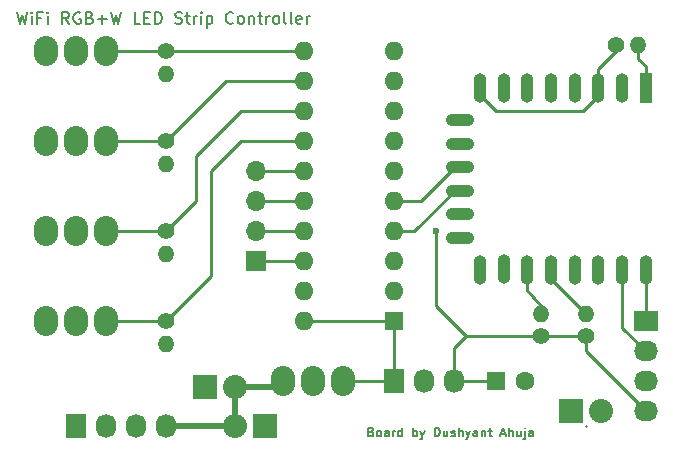
<source format=gbr>
G04 #@! TF.FileFunction,Copper,L1,Top,Signal*
%FSLAX46Y46*%
G04 Gerber Fmt 4.6, Leading zero omitted, Abs format (unit mm)*
G04 Created by KiCad (PCBNEW 4.0.5) date 02/09/17 22:31:50*
%MOMM*%
%LPD*%
G01*
G04 APERTURE LIST*
%ADD10C,0.100000*%
%ADD11C,0.150000*%
%ADD12C,0.200000*%
%ADD13R,1.600000X1.600000*%
%ADD14C,1.600000*%
%ADD15R,1.100000X2.500000*%
%ADD16O,1.100000X2.500000*%
%ADD17O,2.400000X1.100000*%
%ADD18O,2.032000X2.540000*%
%ADD19R,1.700000X1.700000*%
%ADD20O,1.700000X1.700000*%
%ADD21C,1.400000*%
%ADD22O,1.400000X1.400000*%
%ADD23R,2.032000X1.727200*%
%ADD24O,2.032000X1.727200*%
%ADD25R,1.727200X2.032000*%
%ADD26O,1.727200X2.032000*%
%ADD27R,2.032000X2.032000*%
%ADD28O,2.032000X2.032000*%
%ADD29O,1.600000X1.600000*%
%ADD30C,0.600000*%
%ADD31C,0.250000*%
%ADD32C,0.500000*%
G04 APERTURE END LIST*
D10*
D11*
X148207858Y-110944429D02*
X148315001Y-110980143D01*
X148350716Y-111015857D01*
X148386430Y-111087286D01*
X148386430Y-111194429D01*
X148350716Y-111265857D01*
X148315001Y-111301571D01*
X148243573Y-111337286D01*
X147957858Y-111337286D01*
X147957858Y-110587286D01*
X148207858Y-110587286D01*
X148279287Y-110623000D01*
X148315001Y-110658714D01*
X148350716Y-110730143D01*
X148350716Y-110801571D01*
X148315001Y-110873000D01*
X148279287Y-110908714D01*
X148207858Y-110944429D01*
X147957858Y-110944429D01*
X148815001Y-111337286D02*
X148743573Y-111301571D01*
X148707858Y-111265857D01*
X148672144Y-111194429D01*
X148672144Y-110980143D01*
X148707858Y-110908714D01*
X148743573Y-110873000D01*
X148815001Y-110837286D01*
X148922144Y-110837286D01*
X148993573Y-110873000D01*
X149029287Y-110908714D01*
X149065001Y-110980143D01*
X149065001Y-111194429D01*
X149029287Y-111265857D01*
X148993573Y-111301571D01*
X148922144Y-111337286D01*
X148815001Y-111337286D01*
X149707858Y-111337286D02*
X149707858Y-110944429D01*
X149672144Y-110873000D01*
X149600715Y-110837286D01*
X149457858Y-110837286D01*
X149386429Y-110873000D01*
X149707858Y-111301571D02*
X149636429Y-111337286D01*
X149457858Y-111337286D01*
X149386429Y-111301571D01*
X149350715Y-111230143D01*
X149350715Y-111158714D01*
X149386429Y-111087286D01*
X149457858Y-111051571D01*
X149636429Y-111051571D01*
X149707858Y-111015857D01*
X150065000Y-111337286D02*
X150065000Y-110837286D01*
X150065000Y-110980143D02*
X150100715Y-110908714D01*
X150136429Y-110873000D01*
X150207858Y-110837286D01*
X150279286Y-110837286D01*
X150850715Y-111337286D02*
X150850715Y-110587286D01*
X150850715Y-111301571D02*
X150779286Y-111337286D01*
X150636429Y-111337286D01*
X150565001Y-111301571D01*
X150529286Y-111265857D01*
X150493572Y-111194429D01*
X150493572Y-110980143D01*
X150529286Y-110908714D01*
X150565001Y-110873000D01*
X150636429Y-110837286D01*
X150779286Y-110837286D01*
X150850715Y-110873000D01*
X151779286Y-111337286D02*
X151779286Y-110587286D01*
X151779286Y-110873000D02*
X151850715Y-110837286D01*
X151993572Y-110837286D01*
X152065001Y-110873000D01*
X152100715Y-110908714D01*
X152136429Y-110980143D01*
X152136429Y-111194429D01*
X152100715Y-111265857D01*
X152065001Y-111301571D01*
X151993572Y-111337286D01*
X151850715Y-111337286D01*
X151779286Y-111301571D01*
X152386429Y-110837286D02*
X152565000Y-111337286D01*
X152743572Y-110837286D02*
X152565000Y-111337286D01*
X152493572Y-111515857D01*
X152457857Y-111551571D01*
X152386429Y-111587286D01*
X153600715Y-111337286D02*
X153600715Y-110587286D01*
X153779287Y-110587286D01*
X153886430Y-110623000D01*
X153957858Y-110694429D01*
X153993573Y-110765857D01*
X154029287Y-110908714D01*
X154029287Y-111015857D01*
X153993573Y-111158714D01*
X153957858Y-111230143D01*
X153886430Y-111301571D01*
X153779287Y-111337286D01*
X153600715Y-111337286D01*
X154672144Y-110837286D02*
X154672144Y-111337286D01*
X154350715Y-110837286D02*
X154350715Y-111230143D01*
X154386430Y-111301571D01*
X154457858Y-111337286D01*
X154565001Y-111337286D01*
X154636430Y-111301571D01*
X154672144Y-111265857D01*
X154993572Y-111301571D02*
X155065001Y-111337286D01*
X155207858Y-111337286D01*
X155279286Y-111301571D01*
X155315001Y-111230143D01*
X155315001Y-111194429D01*
X155279286Y-111123000D01*
X155207858Y-111087286D01*
X155100715Y-111087286D01*
X155029286Y-111051571D01*
X154993572Y-110980143D01*
X154993572Y-110944429D01*
X155029286Y-110873000D01*
X155100715Y-110837286D01*
X155207858Y-110837286D01*
X155279286Y-110873000D01*
X155636429Y-111337286D02*
X155636429Y-110587286D01*
X155957858Y-111337286D02*
X155957858Y-110944429D01*
X155922144Y-110873000D01*
X155850715Y-110837286D01*
X155743572Y-110837286D01*
X155672144Y-110873000D01*
X155636429Y-110908714D01*
X156243572Y-110837286D02*
X156422143Y-111337286D01*
X156600715Y-110837286D02*
X156422143Y-111337286D01*
X156350715Y-111515857D01*
X156315000Y-111551571D01*
X156243572Y-111587286D01*
X157207858Y-111337286D02*
X157207858Y-110944429D01*
X157172144Y-110873000D01*
X157100715Y-110837286D01*
X156957858Y-110837286D01*
X156886429Y-110873000D01*
X157207858Y-111301571D02*
X157136429Y-111337286D01*
X156957858Y-111337286D01*
X156886429Y-111301571D01*
X156850715Y-111230143D01*
X156850715Y-111158714D01*
X156886429Y-111087286D01*
X156957858Y-111051571D01*
X157136429Y-111051571D01*
X157207858Y-111015857D01*
X157565000Y-110837286D02*
X157565000Y-111337286D01*
X157565000Y-110908714D02*
X157600715Y-110873000D01*
X157672143Y-110837286D01*
X157779286Y-110837286D01*
X157850715Y-110873000D01*
X157886429Y-110944429D01*
X157886429Y-111337286D01*
X158136429Y-110837286D02*
X158422143Y-110837286D01*
X158243571Y-110587286D02*
X158243571Y-111230143D01*
X158279286Y-111301571D01*
X158350714Y-111337286D01*
X158422143Y-111337286D01*
X159207857Y-111123000D02*
X159565000Y-111123000D01*
X159136429Y-111337286D02*
X159386429Y-110587286D01*
X159636429Y-111337286D01*
X159886428Y-111337286D02*
X159886428Y-110587286D01*
X160207857Y-111337286D02*
X160207857Y-110944429D01*
X160172143Y-110873000D01*
X160100714Y-110837286D01*
X159993571Y-110837286D01*
X159922143Y-110873000D01*
X159886428Y-110908714D01*
X160886428Y-110837286D02*
X160886428Y-111337286D01*
X160564999Y-110837286D02*
X160564999Y-111230143D01*
X160600714Y-111301571D01*
X160672142Y-111337286D01*
X160779285Y-111337286D01*
X160850714Y-111301571D01*
X160886428Y-111265857D01*
X161243570Y-110837286D02*
X161243570Y-111480143D01*
X161207856Y-111551571D01*
X161136428Y-111587286D01*
X161100713Y-111587286D01*
X161243570Y-110587286D02*
X161207856Y-110623000D01*
X161243570Y-110658714D01*
X161279285Y-110623000D01*
X161243570Y-110587286D01*
X161243570Y-110658714D01*
X161922142Y-111337286D02*
X161922142Y-110944429D01*
X161886428Y-110873000D01*
X161814999Y-110837286D01*
X161672142Y-110837286D01*
X161600713Y-110873000D01*
X161922142Y-111301571D02*
X161850713Y-111337286D01*
X161672142Y-111337286D01*
X161600713Y-111301571D01*
X161564999Y-111230143D01*
X161564999Y-111158714D01*
X161600713Y-111087286D01*
X161672142Y-111051571D01*
X161850713Y-111051571D01*
X161922142Y-111015857D01*
D12*
X118252857Y-75398381D02*
X118490952Y-76398381D01*
X118681429Y-75684095D01*
X118871905Y-76398381D01*
X119110000Y-75398381D01*
X119490952Y-76398381D02*
X119490952Y-75731714D01*
X119490952Y-75398381D02*
X119443333Y-75446000D01*
X119490952Y-75493619D01*
X119538571Y-75446000D01*
X119490952Y-75398381D01*
X119490952Y-75493619D01*
X120300476Y-75874571D02*
X119967142Y-75874571D01*
X119967142Y-76398381D02*
X119967142Y-75398381D01*
X120443333Y-75398381D01*
X120824285Y-76398381D02*
X120824285Y-75731714D01*
X120824285Y-75398381D02*
X120776666Y-75446000D01*
X120824285Y-75493619D01*
X120871904Y-75446000D01*
X120824285Y-75398381D01*
X120824285Y-75493619D01*
X122633809Y-76398381D02*
X122300475Y-75922190D01*
X122062380Y-76398381D02*
X122062380Y-75398381D01*
X122443333Y-75398381D01*
X122538571Y-75446000D01*
X122586190Y-75493619D01*
X122633809Y-75588857D01*
X122633809Y-75731714D01*
X122586190Y-75826952D01*
X122538571Y-75874571D01*
X122443333Y-75922190D01*
X122062380Y-75922190D01*
X123586190Y-75446000D02*
X123490952Y-75398381D01*
X123348095Y-75398381D01*
X123205237Y-75446000D01*
X123109999Y-75541238D01*
X123062380Y-75636476D01*
X123014761Y-75826952D01*
X123014761Y-75969810D01*
X123062380Y-76160286D01*
X123109999Y-76255524D01*
X123205237Y-76350762D01*
X123348095Y-76398381D01*
X123443333Y-76398381D01*
X123586190Y-76350762D01*
X123633809Y-76303143D01*
X123633809Y-75969810D01*
X123443333Y-75969810D01*
X124395714Y-75874571D02*
X124538571Y-75922190D01*
X124586190Y-75969810D01*
X124633809Y-76065048D01*
X124633809Y-76207905D01*
X124586190Y-76303143D01*
X124538571Y-76350762D01*
X124443333Y-76398381D01*
X124062380Y-76398381D01*
X124062380Y-75398381D01*
X124395714Y-75398381D01*
X124490952Y-75446000D01*
X124538571Y-75493619D01*
X124586190Y-75588857D01*
X124586190Y-75684095D01*
X124538571Y-75779333D01*
X124490952Y-75826952D01*
X124395714Y-75874571D01*
X124062380Y-75874571D01*
X125062380Y-76017429D02*
X125824285Y-76017429D01*
X125443333Y-76398381D02*
X125443333Y-75636476D01*
X126205237Y-75398381D02*
X126443332Y-76398381D01*
X126633809Y-75684095D01*
X126824285Y-76398381D01*
X127062380Y-75398381D01*
X128681428Y-76398381D02*
X128205237Y-76398381D01*
X128205237Y-75398381D01*
X129014761Y-75874571D02*
X129348095Y-75874571D01*
X129490952Y-76398381D02*
X129014761Y-76398381D01*
X129014761Y-75398381D01*
X129490952Y-75398381D01*
X129919523Y-76398381D02*
X129919523Y-75398381D01*
X130157618Y-75398381D01*
X130300476Y-75446000D01*
X130395714Y-75541238D01*
X130443333Y-75636476D01*
X130490952Y-75826952D01*
X130490952Y-75969810D01*
X130443333Y-76160286D01*
X130395714Y-76255524D01*
X130300476Y-76350762D01*
X130157618Y-76398381D01*
X129919523Y-76398381D01*
X131633809Y-76350762D02*
X131776666Y-76398381D01*
X132014762Y-76398381D01*
X132110000Y-76350762D01*
X132157619Y-76303143D01*
X132205238Y-76207905D01*
X132205238Y-76112667D01*
X132157619Y-76017429D01*
X132110000Y-75969810D01*
X132014762Y-75922190D01*
X131824285Y-75874571D01*
X131729047Y-75826952D01*
X131681428Y-75779333D01*
X131633809Y-75684095D01*
X131633809Y-75588857D01*
X131681428Y-75493619D01*
X131729047Y-75446000D01*
X131824285Y-75398381D01*
X132062381Y-75398381D01*
X132205238Y-75446000D01*
X132490952Y-75731714D02*
X132871904Y-75731714D01*
X132633809Y-75398381D02*
X132633809Y-76255524D01*
X132681428Y-76350762D01*
X132776666Y-76398381D01*
X132871904Y-76398381D01*
X133205238Y-76398381D02*
X133205238Y-75731714D01*
X133205238Y-75922190D02*
X133252857Y-75826952D01*
X133300476Y-75779333D01*
X133395714Y-75731714D01*
X133490953Y-75731714D01*
X133824286Y-76398381D02*
X133824286Y-75731714D01*
X133824286Y-75398381D02*
X133776667Y-75446000D01*
X133824286Y-75493619D01*
X133871905Y-75446000D01*
X133824286Y-75398381D01*
X133824286Y-75493619D01*
X134300476Y-75731714D02*
X134300476Y-76731714D01*
X134300476Y-75779333D02*
X134395714Y-75731714D01*
X134586191Y-75731714D01*
X134681429Y-75779333D01*
X134729048Y-75826952D01*
X134776667Y-75922190D01*
X134776667Y-76207905D01*
X134729048Y-76303143D01*
X134681429Y-76350762D01*
X134586191Y-76398381D01*
X134395714Y-76398381D01*
X134300476Y-76350762D01*
X136538572Y-76303143D02*
X136490953Y-76350762D01*
X136348096Y-76398381D01*
X136252858Y-76398381D01*
X136110000Y-76350762D01*
X136014762Y-76255524D01*
X135967143Y-76160286D01*
X135919524Y-75969810D01*
X135919524Y-75826952D01*
X135967143Y-75636476D01*
X136014762Y-75541238D01*
X136110000Y-75446000D01*
X136252858Y-75398381D01*
X136348096Y-75398381D01*
X136490953Y-75446000D01*
X136538572Y-75493619D01*
X137110000Y-76398381D02*
X137014762Y-76350762D01*
X136967143Y-76303143D01*
X136919524Y-76207905D01*
X136919524Y-75922190D01*
X136967143Y-75826952D01*
X137014762Y-75779333D01*
X137110000Y-75731714D01*
X137252858Y-75731714D01*
X137348096Y-75779333D01*
X137395715Y-75826952D01*
X137443334Y-75922190D01*
X137443334Y-76207905D01*
X137395715Y-76303143D01*
X137348096Y-76350762D01*
X137252858Y-76398381D01*
X137110000Y-76398381D01*
X137871905Y-75731714D02*
X137871905Y-76398381D01*
X137871905Y-75826952D02*
X137919524Y-75779333D01*
X138014762Y-75731714D01*
X138157620Y-75731714D01*
X138252858Y-75779333D01*
X138300477Y-75874571D01*
X138300477Y-76398381D01*
X138633810Y-75731714D02*
X139014762Y-75731714D01*
X138776667Y-75398381D02*
X138776667Y-76255524D01*
X138824286Y-76350762D01*
X138919524Y-76398381D01*
X139014762Y-76398381D01*
X139348096Y-76398381D02*
X139348096Y-75731714D01*
X139348096Y-75922190D02*
X139395715Y-75826952D01*
X139443334Y-75779333D01*
X139538572Y-75731714D01*
X139633811Y-75731714D01*
X140110001Y-76398381D02*
X140014763Y-76350762D01*
X139967144Y-76303143D01*
X139919525Y-76207905D01*
X139919525Y-75922190D01*
X139967144Y-75826952D01*
X140014763Y-75779333D01*
X140110001Y-75731714D01*
X140252859Y-75731714D01*
X140348097Y-75779333D01*
X140395716Y-75826952D01*
X140443335Y-75922190D01*
X140443335Y-76207905D01*
X140395716Y-76303143D01*
X140348097Y-76350762D01*
X140252859Y-76398381D01*
X140110001Y-76398381D01*
X141014763Y-76398381D02*
X140919525Y-76350762D01*
X140871906Y-76255524D01*
X140871906Y-75398381D01*
X141538573Y-76398381D02*
X141443335Y-76350762D01*
X141395716Y-76255524D01*
X141395716Y-75398381D01*
X142300479Y-76350762D02*
X142205241Y-76398381D01*
X142014764Y-76398381D01*
X141919526Y-76350762D01*
X141871907Y-76255524D01*
X141871907Y-75874571D01*
X141919526Y-75779333D01*
X142014764Y-75731714D01*
X142205241Y-75731714D01*
X142300479Y-75779333D01*
X142348098Y-75874571D01*
X142348098Y-75969810D01*
X141871907Y-76065048D01*
X142776669Y-76398381D02*
X142776669Y-75731714D01*
X142776669Y-75922190D02*
X142824288Y-75826952D01*
X142871907Y-75779333D01*
X142967145Y-75731714D01*
X143062384Y-75731714D01*
D13*
X158750000Y-106680000D03*
D14*
X161250000Y-106680000D03*
D15*
X171450000Y-81850000D03*
D16*
X169450000Y-81850000D03*
X167450000Y-81850000D03*
X165450000Y-81850000D03*
X163450000Y-81850000D03*
X161450000Y-81850000D03*
X159450000Y-81850000D03*
X157450000Y-81850000D03*
X157450000Y-97250000D03*
X159450000Y-97150000D03*
X161450000Y-97250000D03*
X163450000Y-97250000D03*
X165450000Y-97250000D03*
X167450000Y-97250000D03*
X169450000Y-97250000D03*
X171450000Y-97250000D03*
D17*
X155700000Y-84540000D03*
X155700000Y-86540000D03*
X155700000Y-88540000D03*
X155700000Y-90540000D03*
X155700000Y-92540000D03*
X155700000Y-94540000D03*
D18*
X123190000Y-93980000D03*
X120650000Y-93980000D03*
X125730000Y-93980000D03*
X123190000Y-78740000D03*
X120650000Y-78740000D03*
X125730000Y-78740000D03*
X123190000Y-101600000D03*
X120650000Y-101600000D03*
X125730000Y-101600000D03*
D19*
X138430000Y-96520000D03*
D20*
X138430000Y-93980000D03*
X138430000Y-91440000D03*
X138430000Y-88900000D03*
D21*
X130810000Y-101600000D03*
D22*
X130810000Y-103500000D03*
D21*
X130810000Y-93980000D03*
D22*
X130810000Y-95880000D03*
D21*
X130810000Y-86360000D03*
D22*
X130810000Y-88260000D03*
D21*
X130810000Y-78740000D03*
D22*
X130810000Y-80640000D03*
D23*
X171450000Y-101600000D03*
D24*
X171450000Y-104140000D03*
X171450000Y-106680000D03*
X171450000Y-109220000D03*
D25*
X123190000Y-110490000D03*
D26*
X125730000Y-110490000D03*
X128270000Y-110490000D03*
X130810000Y-110490000D03*
D27*
X134112000Y-107188000D03*
D28*
X136652000Y-107188000D03*
D21*
X166370000Y-102870000D03*
D22*
X166370000Y-100970000D03*
D21*
X168910000Y-78232000D03*
D22*
X170810000Y-78232000D03*
D18*
X123190000Y-86360000D03*
X120650000Y-86360000D03*
X125730000Y-86360000D03*
D13*
X150114000Y-101600000D03*
D29*
X142494000Y-78740000D03*
X150114000Y-99060000D03*
X142494000Y-81280000D03*
X150114000Y-96520000D03*
X142494000Y-83820000D03*
X150114000Y-93980000D03*
X142494000Y-86360000D03*
X150114000Y-91440000D03*
X142494000Y-88900000D03*
X150114000Y-88900000D03*
X142494000Y-91440000D03*
X150114000Y-86360000D03*
X142494000Y-93980000D03*
X150114000Y-83820000D03*
X142494000Y-96520000D03*
X150114000Y-81280000D03*
X142494000Y-99060000D03*
X150114000Y-78740000D03*
X142494000Y-101600000D03*
D27*
X139192000Y-110490000D03*
D28*
X136652000Y-110490000D03*
D27*
X165100000Y-109220000D03*
D28*
X167640000Y-109220000D03*
D25*
X150114000Y-106680000D03*
D26*
X152654000Y-106680000D03*
X155194000Y-106680000D03*
D21*
X162560000Y-102870000D03*
D22*
X162560000Y-100970000D03*
D18*
X143256000Y-106680000D03*
X145796000Y-106680000D03*
X140716000Y-106680000D03*
D30*
X153670000Y-93980000D03*
D31*
X166370000Y-110490000D02*
X166370000Y-110490000D01*
X142494000Y-78740000D02*
X130810000Y-78740000D01*
X125730000Y-78740000D02*
X130810000Y-78740000D01*
X142494000Y-81280000D02*
X135890000Y-81280000D01*
X135890000Y-81280000D02*
X130810000Y-86360000D01*
X125730000Y-86360000D02*
X130810000Y-86360000D01*
X142494000Y-83820000D02*
X137160000Y-83820000D01*
X133350000Y-91440000D02*
X130810000Y-93980000D01*
X133350000Y-87630000D02*
X133350000Y-91440000D01*
X137160000Y-83820000D02*
X133350000Y-87630000D01*
X130810000Y-93980000D02*
X125730000Y-93980000D01*
X142494000Y-86360000D02*
X137160000Y-86360000D01*
X134620000Y-97790000D02*
X130810000Y-101600000D01*
X134620000Y-88900000D02*
X134620000Y-97790000D01*
X137160000Y-86360000D02*
X134620000Y-88900000D01*
X130810000Y-101600000D02*
X125730000Y-101600000D01*
X171450000Y-82550000D02*
X171450000Y-80010000D01*
X170810000Y-79370000D02*
X170810000Y-78232000D01*
X171450000Y-80010000D02*
X170810000Y-79370000D01*
X155194000Y-106680000D02*
X155194000Y-104394000D01*
X155194000Y-103886000D02*
X156210000Y-102870000D01*
X155194000Y-104140000D02*
X155194000Y-103886000D01*
X155194000Y-104394000D02*
X155194000Y-104140000D01*
X171450000Y-109220000D02*
X166370000Y-104140000D01*
X166370000Y-104140000D02*
X166370000Y-102870000D01*
X156210000Y-102870000D02*
X153670000Y-100330000D01*
X153670000Y-100330000D02*
X153670000Y-93980000D01*
X157450000Y-82550000D02*
X157480000Y-82550000D01*
X157480000Y-82550000D02*
X158750000Y-83820000D01*
X166180000Y-83820000D02*
X167450000Y-82550000D01*
X158750000Y-83820000D02*
X166180000Y-83820000D01*
X158750000Y-106680000D02*
X155194000Y-106680000D01*
X162560000Y-102870000D02*
X166370000Y-102870000D01*
X156210000Y-102870000D02*
X162560000Y-102870000D01*
X167450000Y-82550000D02*
X167450000Y-80200000D01*
X168910000Y-78740000D02*
X168910000Y-78232000D01*
X167450000Y-80200000D02*
X168910000Y-78740000D01*
X168880000Y-78262000D02*
X168910000Y-78232000D01*
X162560000Y-100970000D02*
X162560000Y-100330000D01*
X162560000Y-100330000D02*
X161450000Y-98900000D01*
X161450000Y-98900000D02*
X161450000Y-96550000D01*
X162720000Y-100810000D02*
X162560000Y-100970000D01*
X169450000Y-96550000D02*
X169450000Y-102140000D01*
X169450000Y-102140000D02*
X171450000Y-104140000D01*
X169450000Y-96550000D02*
X169450000Y-98330000D01*
X171450000Y-96550000D02*
X171450000Y-101600000D01*
X171450000Y-97790000D02*
X171450000Y-96550000D01*
X145796000Y-106680000D02*
X150114000Y-106680000D01*
X150114000Y-106680000D02*
X150114000Y-101600000D01*
X142494000Y-101600000D02*
X150114000Y-101600000D01*
D32*
X136652000Y-107188000D02*
X140208000Y-107188000D01*
X140208000Y-107188000D02*
X140716000Y-106680000D01*
X136652000Y-107188000D02*
X136652000Y-110490000D01*
X136652000Y-110490000D02*
X130810000Y-110490000D01*
D31*
X142494000Y-96520000D02*
X138430000Y-96520000D01*
X142494000Y-93980000D02*
X138430000Y-93980000D01*
X163450000Y-96550000D02*
X163450000Y-98050000D01*
X163450000Y-98050000D02*
X166370000Y-100970000D01*
X163190000Y-96810000D02*
X163450000Y-96550000D01*
X155700000Y-90540000D02*
X155310000Y-90540000D01*
X150114000Y-93980000D02*
X150114000Y-93980000D01*
X151870000Y-93980000D02*
X150114000Y-93980000D01*
X155310000Y-90540000D02*
X151870000Y-93980000D01*
X155700000Y-88540000D02*
X155300000Y-88540000D01*
X152400000Y-91440000D02*
X150114000Y-91440000D01*
X155300000Y-88540000D02*
X152400000Y-91440000D01*
X142494000Y-91440000D02*
X138430000Y-91440000D01*
X142494000Y-88900000D02*
X138430000Y-88900000D01*
M02*

</source>
